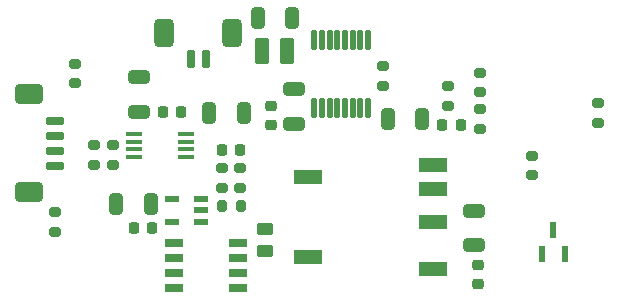
<source format=gbr>
%TF.GenerationSoftware,KiCad,Pcbnew,7.0.6*%
%TF.CreationDate,2024-04-06T17:32:54-04:00*%
%TF.ProjectId,5.2_5V,352e325f-3556-42e6-9b69-6361645f7063,rev?*%
%TF.SameCoordinates,Original*%
%TF.FileFunction,Paste,Top*%
%TF.FilePolarity,Positive*%
%FSLAX46Y46*%
G04 Gerber Fmt 4.6, Leading zero omitted, Abs format (unit mm)*
G04 Created by KiCad (PCBNEW 7.0.6) date 2024-04-06 17:32:54*
%MOMM*%
%LPD*%
G01*
G04 APERTURE LIST*
G04 Aperture macros list*
%AMRoundRect*
0 Rectangle with rounded corners*
0 $1 Rounding radius*
0 $2 $3 $4 $5 $6 $7 $8 $9 X,Y pos of 4 corners*
0 Add a 4 corners polygon primitive as box body*
4,1,4,$2,$3,$4,$5,$6,$7,$8,$9,$2,$3,0*
0 Add four circle primitives for the rounded corners*
1,1,$1+$1,$2,$3*
1,1,$1+$1,$4,$5*
1,1,$1+$1,$6,$7*
1,1,$1+$1,$8,$9*
0 Add four rect primitives between the rounded corners*
20,1,$1+$1,$2,$3,$4,$5,0*
20,1,$1+$1,$4,$5,$6,$7,0*
20,1,$1+$1,$6,$7,$8,$9,0*
20,1,$1+$1,$8,$9,$2,$3,0*%
G04 Aperture macros list end*
%ADD10RoundRect,0.200000X-0.275000X0.200000X-0.275000X-0.200000X0.275000X-0.200000X0.275000X0.200000X0*%
%ADD11R,1.400000X0.450000*%
%ADD12RoundRect,0.225000X-0.225000X-0.250000X0.225000X-0.250000X0.225000X0.250000X-0.225000X0.250000X0*%
%ADD13R,2.440000X1.200000*%
%ADD14RoundRect,0.200000X0.275000X-0.200000X0.275000X0.200000X-0.275000X0.200000X-0.275000X-0.200000X0*%
%ADD15RoundRect,0.250000X-0.325000X-0.650000X0.325000X-0.650000X0.325000X0.650000X-0.325000X0.650000X0*%
%ADD16RoundRect,0.225000X-0.250000X0.225000X-0.250000X-0.225000X0.250000X-0.225000X0.250000X0.225000X0*%
%ADD17RoundRect,0.425000X0.775000X-0.425000X0.775000X0.425000X-0.775000X0.425000X-0.775000X-0.425000X0*%
%ADD18RoundRect,0.150000X0.650000X-0.150000X0.650000X0.150000X-0.650000X0.150000X-0.650000X-0.150000X0*%
%ADD19RoundRect,0.250000X0.650000X-0.325000X0.650000X0.325000X-0.650000X0.325000X-0.650000X-0.325000X0*%
%ADD20RoundRect,0.425000X-0.425000X-0.775000X0.425000X-0.775000X0.425000X0.775000X-0.425000X0.775000X0*%
%ADD21RoundRect,0.150000X-0.150000X-0.650000X0.150000X-0.650000X0.150000X0.650000X-0.150000X0.650000X0*%
%ADD22RoundRect,0.225000X0.225000X0.250000X-0.225000X0.250000X-0.225000X-0.250000X0.225000X-0.250000X0*%
%ADD23R,0.558800X1.320800*%
%ADD24RoundRect,0.200000X-0.200000X-0.275000X0.200000X-0.275000X0.200000X0.275000X-0.200000X0.275000X0*%
%ADD25RoundRect,0.250000X0.450000X-0.262500X0.450000X0.262500X-0.450000X0.262500X-0.450000X-0.262500X0*%
%ADD26RoundRect,0.250000X-0.375000X-0.850000X0.375000X-0.850000X0.375000X0.850000X-0.375000X0.850000X0*%
%ADD27RoundRect,0.250000X-0.650000X0.325000X-0.650000X-0.325000X0.650000X-0.325000X0.650000X0.325000X0*%
%ADD28R,1.526000X0.650000*%
%ADD29RoundRect,0.250000X0.325000X0.650000X-0.325000X0.650000X-0.325000X-0.650000X0.325000X-0.650000X0*%
%ADD30R,1.200000X0.600000*%
%ADD31RoundRect,0.020500X-0.184500X0.764500X-0.184500X-0.764500X0.184500X-0.764500X0.184500X0.764500X0*%
G04 APERTURE END LIST*
D10*
%TO.C,R11*%
X131550000Y-36900000D03*
X131550000Y-38550000D03*
%TD*%
D11*
%TO.C,IC1*%
X136611000Y-42840000D03*
X136611000Y-43490000D03*
X136611000Y-44140000D03*
X136611000Y-44790000D03*
X141011000Y-44790000D03*
X141011000Y-44140000D03*
X141011000Y-43490000D03*
X141011000Y-42840000D03*
%TD*%
D12*
%TO.C,C3*%
X144005000Y-44196000D03*
X145555000Y-44196000D03*
%TD*%
D13*
%TO.C,PS2*%
X161925000Y-45466000D03*
X161925000Y-47466000D03*
X161925000Y-50266000D03*
X161925000Y-54266000D03*
X151285000Y-46466000D03*
X151285000Y-53266000D03*
%TD*%
D10*
%TO.C,R2*%
X170240000Y-44675000D03*
X170240000Y-46325000D03*
%TD*%
D14*
%TO.C,R5*%
X175850000Y-41875000D03*
X175850000Y-40225000D03*
%TD*%
D15*
%TO.C,C7*%
X135035000Y-48740000D03*
X137985000Y-48740000D03*
%TD*%
D16*
%TO.C,C4*%
X165735000Y-53950000D03*
X165735000Y-55500000D03*
%TD*%
D17*
%TO.C,J2*%
X127671000Y-47775500D03*
X127671000Y-39425500D03*
D18*
X129921000Y-41775500D03*
X129921000Y-43025500D03*
X129921000Y-44275500D03*
X129921000Y-45525500D03*
%TD*%
D19*
%TO.C,C15*%
X150114000Y-41988000D03*
X150114000Y-39038000D03*
%TD*%
D20*
%TO.C,J1*%
X139148500Y-34260500D03*
X144898500Y-34260500D03*
D21*
X142648500Y-36510500D03*
X141398500Y-36510500D03*
%TD*%
D10*
%TO.C,R1*%
X157675000Y-37100000D03*
X157675000Y-38750000D03*
%TD*%
D16*
%TO.C,C14*%
X148209000Y-40500000D03*
X148209000Y-42050000D03*
%TD*%
D10*
%TO.C,R10*%
X129900000Y-49475000D03*
X129900000Y-51125000D03*
%TD*%
%TO.C,R6*%
X163195000Y-38799000D03*
X163195000Y-40449000D03*
%TD*%
D22*
%TO.C,C6*%
X138085000Y-50780000D03*
X136535000Y-50780000D03*
%TD*%
D10*
%TO.C,RG1*%
X134775000Y-43775000D03*
X134775000Y-45425000D03*
%TD*%
D23*
%TO.C,D1*%
X171122500Y-52966000D03*
X173027500Y-52966000D03*
X172075000Y-50934000D03*
%TD*%
D14*
%TO.C,R8*%
X145542000Y-47370000D03*
X145542000Y-45720000D03*
%TD*%
D24*
%TO.C,R12*%
X144018000Y-48895000D03*
X145668000Y-48895000D03*
%TD*%
D15*
%TO.C,C11*%
X142924000Y-41021000D03*
X145874000Y-41021000D03*
%TD*%
D25*
%TO.C,R7*%
X147701000Y-52705000D03*
X147701000Y-50880000D03*
%TD*%
D26*
%TO.C,L1*%
X147388000Y-35814000D03*
X149538000Y-35814000D03*
%TD*%
D10*
%TO.C,R4*%
X165862000Y-40750000D03*
X165862000Y-42400000D03*
%TD*%
D27*
%TO.C,C12*%
X137025000Y-38000000D03*
X137025000Y-40950000D03*
%TD*%
D10*
%TO.C,RG1\u002C2*%
X133223000Y-43789600D03*
X133223000Y-45439600D03*
%TD*%
D12*
%TO.C,C1*%
X162674000Y-42037000D03*
X164224000Y-42037000D03*
%TD*%
D28*
%TO.C,IC2*%
X139963000Y-52070000D03*
X139963000Y-53340000D03*
X139963000Y-54610000D03*
X139963000Y-55880000D03*
X145387000Y-55880000D03*
X145387000Y-54610000D03*
X145387000Y-53340000D03*
X145387000Y-52070000D03*
%TD*%
D29*
%TO.C,C13*%
X149987000Y-33020000D03*
X147037000Y-33020000D03*
%TD*%
D27*
%TO.C,C5*%
X165354000Y-49325000D03*
X165354000Y-52275000D03*
%TD*%
D12*
%TO.C,C10*%
X139025000Y-40950000D03*
X140575000Y-40950000D03*
%TD*%
D15*
%TO.C,C2*%
X158037000Y-41529000D03*
X160987000Y-41529000D03*
%TD*%
D14*
%TO.C,R3*%
X165862000Y-39306000D03*
X165862000Y-37656000D03*
%TD*%
D30*
%TO.C,IC4*%
X142250000Y-50250000D03*
X142250000Y-49300000D03*
X142250000Y-48350000D03*
X139750000Y-48350000D03*
X139750000Y-50250000D03*
%TD*%
D14*
%TO.C,R9*%
X144018000Y-47370000D03*
X144018000Y-45720000D03*
%TD*%
D31*
%TO.C,U1*%
X156375000Y-34885000D03*
X155725000Y-34885000D03*
X155075000Y-34885000D03*
X154425000Y-34885000D03*
X153775000Y-34885000D03*
X153125000Y-34885000D03*
X152475000Y-34885000D03*
X151825000Y-34885000D03*
X151825000Y-40625000D03*
X152475000Y-40625000D03*
X153125000Y-40625000D03*
X153775000Y-40625000D03*
X154425000Y-40625000D03*
X155075000Y-40625000D03*
X155725000Y-40625000D03*
X156375000Y-40625000D03*
%TD*%
M02*

</source>
